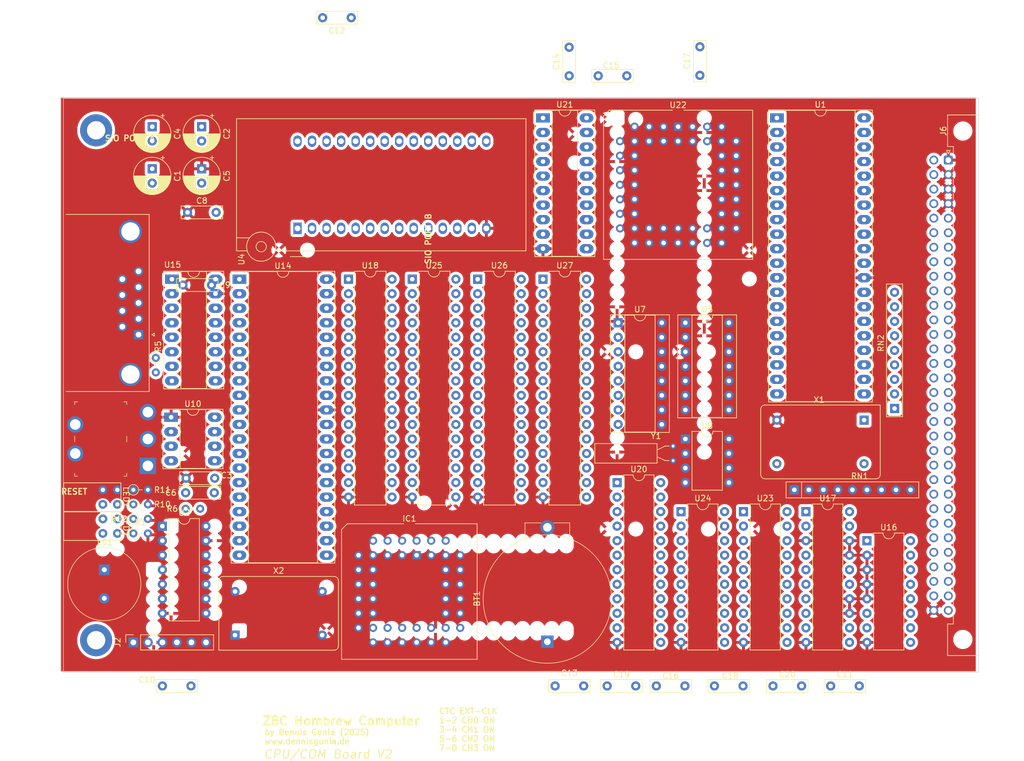
<source format=kicad_pcb>
(kicad_pcb (version 20240108) (generator "pcbnew") (generator_version "8.0")
  (layers (0 "F.Cu" signal) (31 "B.Cu" signal) (34 "B.Paste" user) (35 "F.Paste" user) (36 "B.SilkS" user "B.Silkscreen") (37 "F.SilkS" user "F.Silkscreen") (38 "B.Mask" user) (39 "F.Mask" user) (44 "Edge.Cuts" user))
  (net 0 "")
  (net 1 "+5V")
  (net 2 "/D4")
  (net 3 "/D5")
  (net 4 "/D6")
  (net 5 "/D7")
  (net 6 "GND")
  (net 7 "/CLK_CPU")
  (net 8 "/A0")
  (net 9 "/A1")
  (net 10 "/D0")
  (net 11 "/D1")
  (net 12 "/D2")
  (net 13 "/D3")
  (net 14 "/A14")
  (net 15 "/A12")
  (net 16 "/A7")
  (net 17 "/A6")
  (net 18 "/A5")
  (net 19 "/A4")
  (net 20 "/A3")
  (net 21 "/A2")
  (net 22 "/A10")
  (net 23 "/A11")
  (net 24 "/A9")
  (net 25 "/A8")
  (net 26 "/A13")
  (net 27 "Net-(U15-C1+)")
  (net 28 "Net-(U15-C1-)")
  (net 29 "Net-(U15-C2+)")
  (net 30 "Net-(U15-C2-)")
  (net 31 "Net-(U10-THR)")
  (net 32 "Net-(U15-VS+)")
  (net 33 "Net-(U15-VS-)")
  (net 34 "Net-(SW2-C)")
  (net 36 "Net-(J2-Pin_2)")
  (net 37 "Net-(J2-Pin_3)")
  (net 40 "/A15")
  (net 41 "Net-(U15-T1OUT)")
  (net 42 "Net-(U15-R1IN)")
  (net 43 "Net-(U15-R2IN)")
  (net 48 "Net-(U15-T2OUT)")
  (net 49 "/IEO2")
  (net 51 "/{slash}WR")
  (net 52 "/{slash}RESET")
  (net 53 "/{slash}INT")
  (net 54 "/{slash}NMI")
  (net 55 "/{slash}M1")
  (net 56 "/{slash}WAIT")
  (net 57 "/{slash}HALT")
  (net 58 "/{slash}RD")
  (net 59 "/{slash}BUSREQ")
  (net 60 "/{slash}MREQ")
  (net 61 "/{slash}BUSACK")
  (net 62 "/{slash}IOREQ")
  (net 63 "/IEO1")
  (net 64 "/MEMAQ")
  (net 67 "Net-(LED1-K-Pad1a)")
  (net 68 "Net-(LED1-K-Pad2a)")
  (net 69 "Net-(LED1-A-Pad2b)")
  (net 70 "Net-(LED2-K-Pad1a)")
  (net 71 "Net-(LED2-A-Pad1b)")
  (net 75 "/MA14")
  (net 76 "/MA12")
  (net 77 "/{slash}CS_ROM")
  (net 78 "/MA13")
  (net 79 "/{slash}WR_ROM")
  (net 80 "Net-(U10-Q)")
  (net 83 "/INT0")
  (net 84 "/INT1")
  (net 85 "/INT2")
  (net 86 "+12V")
  (net 87 "-12V")
  (net 88 "/INT3")
  (net 89 "/IEO0")
  (net 92 "/A20")
  (net 93 "/A21")
  (net 94 "/A22")
  (net 95 "/A23")
  (net 96 "/CLK_SIOA")
  (net 97 "/CLK_SIOB")
  (net 101 "Net-(IC1-CLK{slash}TRG0)")
  (net 104 "Net-(U14-RXDA)")
  (net 105 "Net-(U14-TXDA)")
  (net 106 "Net-(U14-~{DTRA})")
  (net 108 "Net-(U14-~{CTSA})")
  (net 118 "/MA16")
  (net 119 "/{slash}CS_RAM0")
  (net 120 "/MA15")
  (net 121 "/MA17")
  (net 122 "/MA18")
  (net 123 "/MA19")
  (net 124 "/~{ROM_OVL}")
  (net 125 "/~{ROM_FLSH}")
  (net 126 "/{slash}CS_RAM3")
  (net 127 "/{slash}CS_RAM2")
  (net 128 "/{slash}CS_RAM1")
  (net 129 "/~{CS_MMUSEL}")
  (net 131 "/MMUA0")
  (net 132 "/MMUA1")
  (net 133 "/MMUA2")
  (net 134 "/MMUA3")
  (net 135 "/MMUA4")
  (net 136 "/MMUA5")
  (net 137 "/MMUA6")
  (net 138 "/MMUA7")
  (net 139 "/BANK3")
  (net 140 "/BANK2")
  (net 141 "/BANK1")
  (net 142 "/BANK0")
  (net 150 "/~{CS_MMUCFG}")
  (net 151 "/~{CS_BSEL}")
  (net 152 "/~{CS_SIO}")
  (net 153 "/~{CS_CTC}")
  (net 154 "/{slash}INT_DEC")
  (net 155 "/INT_LE")
  (net 156 "/INT_OE")
  (net 158 "/INT4")
  (net 159 "Net-(U16-S2)")
  (net 160 "Net-(U16-S1)")
  (net 161 "Net-(U16-S0)")
  (net 177 "Net-(IC1-ZC{slash}TO2)")
  (net 178 "Net-(LS1-Pad2)")
  (net 179 "/SPEAKER_SIG")
  (net 180 "/LED_DBG")
  (net 181 "Net-(LED2-K-Pad2a)")
  (net 182 "/SCL")
  (net 183 "/SDA")
  (net 185 "/I2C_REG")
  (net 186 "/ETC_REG")
  (net 188 "/I2C_RD")
  (net 189 "Net-(U7-Q0)")
  (net 190 "Net-(U7-Q1)")
  (net 195 "/SPEAKER_ON")
  (net 196 "/CSQW")
  (net 197 "Net-(U8-X2)")
  (net 198 "Net-(U8-VBAT)")
  (net 199 "Net-(U8-X1)")
  (footprint "Capacitor_THT:C_Rect_L7.0mm_W2.0mm_P5.00mm" (layer "F.Cu") (at 60.88 142.24 180)
    (property "Reference" "C10")
    (property "Value" "100nF")
  )
  (footprint "Resistor_THT:R_Array_SIP9" (layer "F.Cu") (at 183.896 93.726 90)
    (property "Reference" "RN2")
    (property "Value" "10K")
  )
  (footprint "Package_DIP:DIP-8_W7.62mm" (layer "F.Cu") (at 147.32 99.06)
    (property "Reference" "U8")
    (property "Value" "DS1307+")
  )
  (footprint "Crystal:Crystal_AT310_D3.0mm_L10.0mm_Horizontal" (layer "F.Cu") (at 145.18 100.3 -90)
    (property "Reference" "Y1")
    (property "Value" "32.768 kHz")
  )
  (footprint "Capacitor_THT:CP_Radial_D6.3mm_P2.50mm" (layer "F.Cu") (at 54.102 51.816 -90)
    (property "Reference" "C1")
    (property "Value" "1uF")
  )
  (footprint "Package_DIP:DIP-16_W7.62mm_Socket" (layer "F.Cu") (at 135.57 78.735)
    (property "Reference" "U7")
    (property "Value" "74LS75")
  )
  (footprint "Capacitor_THT:CP_Radial_D6.3mm_P2.50mm" (layer "F.Cu") (at 54.102 44.45 -90)
    (property "Reference" "C4")
    (property "Value" "1uF")
  )
  (footprint "Package_DIP:DIP-20_W7.62mm_Socket_LongPads" (layer "F.Cu") (at 122.428 42.926)
    (property "Reference" "U21")
    (property "Value" "GAL16V8")
  )
  (footprint "Dennis:Z8C Card" (layer "F.Cu") (at 194.784 89.662)
    (property "Reference" "J6")
    (property "Value" "Conn_02x32_Row_Letter_First")
    (fp_line (start -156.21 -50.165) (end -156.21 50.165) (stroke (width 0.1)) (layer "Edge.Cuts"))
    (fp_line (start -156.21 50.165) (end 3.81 50.165) (stroke (width 0.1)) (layer "Edge.Cuts"))
    (fp_line (start 3.81 -50.165) (end -156.21 -50.165) (stroke (width 0.1)) (layer "Edge.Cuts"))
    (fp_line (start 3.81 50.165) (end 3.81 -50.165) (stroke (width 0.1)) (layer "Edge.Cuts"))
  )
  (footprint "Resistor_THT:R_Array_SIP9" (layer "F.Cu") (at 166.37 107.95)
    (property "Reference" "RN1")
    (property "Value" "4k7")
  )
  (footprint "Capacitor_THT:CP_Radial_D6.3mm_P2.50mm" (layer "F.Cu") (at 62.738 44.45 -90)
    (property "Reference" "C2")
    (property "Value" "1uF")
  )
  (footprint "Capacitor_THT:CP_Radial_D6.3mm_P2.50mm" (layer "F.Cu") (at 62.738 51.816 -90)
    (property "Reference" "C5")
    (property "Value" "1uF")
  )
  (footprint "Capacitor_THT:C_Rect_L7.0mm_W2.0mm_P5.00mm" (layer "F.Cu") (at 147.24 142.24 180)
    (property "Reference" "C16")
    (property "Value" "100nF")
  )
  (footprint "Package_DIP:DIP-32_W7.62mm" (layer "F.Cu") (at 122.428 71.12)
    (property "Reference" "U27")
    (property "Value" "UM621024")
  )
  (footprint "Connector_Dsub:DSUB-9_Female_Horizontal_P2.77x2.84mm_EdgePinOffset9.90mm_Housed_MountingHolesOffset11.32mm" (layer "F.Cu") (at 51.710331 80.815 -90)
    (property "Reference" "J4" (hide yes))
    (property "Value" "DB9_Female")
  )
  (footprint "Package_DIP:DIP-32_W7.62mm" (layer "F.Cu") (at 88.414 71.12)
    (property "Reference" "U18")
    (property "Value" "UM621024")
  )
  (footprint "Capacitor_THT:C_Rect_L7.0mm_W2.0mm_P5.00mm" (layer "F.Cu") (at 167.64 142.24 180)
    (property "Reference" "C20")
    (property "Value" "100nF")
  )
  (footprint "Package_DIP:DIP-24_W7.62mm" (layer "F.Cu") (at 135.382 106.68)
    (property "Reference" "U20")
    (property "Value" "~")
  )
  (footprint "Package_DIP:DIP-32_W7.62mm" (layer "F.Cu") (at 110.998 71.12)
    (property "Reference" "U26")
    (property "Value" "UM621024")
  )
  (footprint "Socket:DIP_Socket-28_W11.9_W12.7_W15.24_W17.78_W18.5_3M_228-1277-00-0602J" (layer "F.Cu") (at 79.502 62.23 90)
    (property "Reference" "U4")
    (property "Value" "28C256")
  )
  (footprint "Capacitor_THT:C_Rect_L7.0mm_W2.0mm_P5.00mm" (layer "F.Cu") (at 88.9 25.4 180)
    (property "Reference" "C12")
    (property "Value" "100nF")
  )
  (footprint "Resistor_THT:R_Axial_DIN0204_L3.6mm_D1.6mm_P2.54mm_Vertical" (layer "F.Cu") (at 50.8 107.95)
    (property "Reference" "R11")
    (property "Value" "R")
  )
  (footprint "Connector_PinSocket_2.54mm:PinSocket_1x06_P2.54mm_Vertical" (layer "F.Cu") (at 50.8 134.62 90)
    (property "Reference" "J2")
    (property "Value" "CON_FTDI")
  )
  (footprint "Capacitor_THT:C_Rect_L7.0mm_W2.0mm_P5.00mm" (layer "F.Cu") (at 65.024 105.918 180)
    (property "Reference" "C3")
    (property "Value" "200nF")
  )
  (footprint "digikey-footprints:Piezo_Transducer_THT_PS1240P02BT" (layer "F.Cu") (at 45.72 121.92)
    (property "Reference" "LS1")
    (property "Value" "Speaker")
  )
  (footprint "Capacitor_THT:C_Rect_L7.0mm_W2.0mm_P5.00mm" (layer "F.Cu") (at 149.86 35.48 90)
    (property "Reference" "C17")
    (property "Value" "100nF")
  )
  (footprint "w_conn_av:MENTOR A500 Dual 3mm" (layer "F.Cu") (at 46.736 109.219707 -90)
    (property "Reference" "LED1")
    (property "Value" "MENOTR_A500_Dual_3mm")
  )
  (footprint "Capacitor_THT:C_Rect_L7.0mm_W2.0mm_P5.00mm" (layer "F.Cu") (at 59.944 108.458)
    (property "Reference" "C6")
    (property "Value" "100nF")
  )
  (footprint "Capacitor_THT:C_Rect_L7.0mm_W2.0mm_P5.00mm" (layer "F.Cu") (at 157.4 142.24 180)
    (property "Reference" "C18")
    (property "Value" "100nF")
  )
  (footprint "Oscillator:Oscillator_DIP-14" (layer "F.Cu") (at 68.58 133.35)
    (property "Reference" "X2")
    (property "Value" "7.372800MHz")
  )
  (footprint "Package_DIP:DIP-16_W7.62mm_Socket_LongPads" (layer "F.Cu") (at 57.541 71.12)
    (property "Reference" "U15")
    (property "Value" "MAX232")
  )
  (footprint "Package_LCC:PLCC-44_THT-Socket" (layer "F.Cu") (at 100.33 119.38)
    (property "Reference" "IC1")
    (property "Value" "CTC-PLCC-44")
  )
  (footprint "Package_DIP:DIP-14_W7.62mm_Socket" (layer "F.Cu") (at 147.32 78.735)
    (property "Reference" "U5")
    (property "Value" "74LS125")
  )
  (footprint "Package_DIP:DIP-32_W7.62mm" (layer "F.Cu") (at 99.568 71.12)
    (property "Reference" "U25")
    (property "Value" "UM621024")
  )
  (footprint "Resistor_THT:R_Axial_DIN0204_L3.6mm_D1.6mm_P2.54mm_Vertical" (layer "F.Cu") (at 50.8 110.49)
    (property "Reference" "R10")
    (property "Value" "R")
  )
  (footprint "Package_DIP:DIP-20_W7.62mm" (layer "F.Cu") (at 146.558 111.76)
    (property "Reference" "U24")
    (property "Value" "74LS273")
  )
  (footprint "Package_DIP:DIP-40_W15.24mm_Socket_LongPads" (layer "F.Cu") (at 163.322 42.926)
    (property "Reference" "U1")
    (property "Value" "Z80CPU")
  )
  (footprint "Capacitor_THT:C_Rect_L7.0mm_W2.0mm_P5.00mm" (layer "F.Cu") (at 137.08 35.56 180)
    (property "Reference" "C15")
    (property "Value" "100nF")
  )
  (footprint "Oscillator:Oscillator_DIP-14" (layer "F.Cu") (at 178.562 95.758 180)
    (property "Reference" "X1")
    (property "Value" "10MHz")
  )
  (footprint "Resistor_THT:R_Axial_DIN0204_L3.6mm_D1.6mm_P2.54mm_Vertical" (layer "F.Cu") (at 50.8 113.03)
    (property "Reference" "R12")
    (property "Value" "R")
  )
  (footprint "Capacitor_THT:C_Rect_L7.0mm_W2.0mm_P5.00mm" (layer "F.Cu") (at 124.54 142.24)
    (property "Reference" "C13")
    (property "Value" "100nF")
  )
  (footprint "Resistor_THT:R_Axial_DIN0204_L3.6mm_D1.6mm_P2.54mm_Vertical" (layer "F.Cu") (at 50.8 115.57)
    (property "Reference" "R1")
    (property "Value" "R")
  )
  (footprint "digikey-footprints:Toggle_Switch_100SP1T2B4M6QE" (layer "F.Cu") (at 53.34 103.76 90)
    (property "Reference" "SW2" (hide yes))
    (property "Value" "SW_SPDT" (hide yes))
  )
  (footprint "digikey-footprints:Battery_Holder_Coin_2032_BS-7" (layer "F.Cu") (at 123.19 134.5057 90)
    (property "Reference" "BT1")
    (property "Value" "3V")
  )
  (footprint "Resistor_THT:R_Axial_DIN0204_L3.6mm_D1.6mm_P2.54mm_Vertical" (layer "F.Cu") (at 59.944 111.252)
    (property "Reference" "R6")
    (property "Value" "4.7k")
  )
  (footprint "Capacitor_THT:C_Rect_L7.0mm_W2.0mm_P5.00mm" (layer "F.Cu") (at 64.476 72.136 180)
    (property "Reference" "C9")
    (property "Value" "100nF")
  )
  (footprint "Package_DIP:DIP-40_W15.24mm_Socket_LongPads" (layer "F.Cu") (at 69.342 71.12)
    (property "Reference" "U14")
    (property "Value" "SIO0-DIP-40")
  )
  (footprint "Package_LCC:PLCC-52_THT-Socket" (layer "F.Cu") (at 146.05 44.45)
    (property "Reference" "U22")
    (property "Value" "IDT7132")
  )
  (footprint "Capacitor_THT:C_Rect_L7.0mm_W2.0mm_P5.00mm" (layer "F.Cu") (at 127 35.56 90)
    (property "Reference" "C14")
    (property "Value" "100nF")
  )
  (footprint "Resistor_THT:R_Axial_DIN0204_L3.6mm_D1.6mm_P2.54mm_Vertical" (layer "F.Cu") (at 54.727 84.876 -90)
    (property "Reference" "R5")
    (property "Value" "1M")
  )
  (footprint "Package_DIP:DIP-8_W7.62mm_Socket_LongPads" (layer "F.Cu") (at 57.404 95.25)
    (property "Reference" "U10")
    (property "Value" "NE555P")
  )
  (footprint "Package_DIP:DIP-20_W7.62mm" (layer "F.Cu") (at 168.402 111.76)
    (property "Reference" "U17")
    (property "Value" "74HCT373")
  )
  (footprint "Capacitor_THT:C_Rect_L7.0mm_W2.0mm_P5.00mm" (layer "F.Cu") (at 65.278 59.436 180)
    (property "Reference" "C8")
    (property "Value" "100nF")
  )
  (footprint "Package_DIP:DIP-20_W7.62mm" (layer "F.Cu") (at 157.48 111.76)
    (property "Reference" "U23")
    (property "Value" "74LS273")
  )
  (footprint "Capacitor_THT:C_Rect_L7.0mm_W2.0mm_P5.00mm" (layer "F.Cu") (at 177.72 142.24 180)
    (property "Reference" "C11")
    (property "Value" "100nF")
  )
  (footprint "Capacitor_THT:C_Rect_L7.0mm_W2.0mm_P5.00mm" (layer "F.Cu") (at 138.644 142.24 180)
    (property "Reference" "C19")
    (property "Value" "100nF")
  )
  (footprint "Package_DIP:DIP-16_W7.62mm" (layer "F.Cu") (at 179.07 116.84)
    (property "Reference" "U16")
    (property "Value" "74LS148")
  )
  (footprint "w_conn_av:MENTOR A500 Dual 3mm" (layer "F.Cu") (at 46.736 114.299707 -90)
    (property "Reference" "LED2")
    (property "Value" "MENOTR_A500_Dual_3mm")
  )
  (footprint "Package_DIP:DIP-14_W7.62mm" (layer "F.Cu") (at 55.88 114.3)
    (property "Reference" "U2")
    (property "Value" "74LS06")
  )
  (gr_line (start 198.12 139.7) (end 198.12 39.37) (stroke (width 0.1)) (layer "Edge.Cuts"))
  (gr_line (start 38.1 139.7) (end 198.12 139.7) (stroke (width 0.1)) (layer "Edge.Cuts"))
  (gr_line (start 38.1 39.37) (end 38.1 139.7) (stroke (width 0.1)) (layer "Edge.Cuts"))
  (gr_line (start 198.12 39.37) (end 38.1 39.37) (stroke (width 0.1)) (layer "Edge.Cuts"))
  (gr_text "CTC EXT-CLK\n1-2 CH0 ON\n3-4 CH1 ON\n5-6 CH2 ON\n7-8 CH3 ON" (at 104.14 149.86 0) (layer "F.SilkS") (effects (font (size 1 1) (thickness 0.2)) (justify left)))
  (gr_text "RESET" (at 38.0746 108.2548 0) (layer "F.SilkS") (effects (font (size 1 1) (thickness 0.2)) (justify left)))
  (gr_text "CPU/COM Board V2" (at 84.836 154.178 0) (layer "F.SilkS") (effects (font (size 1.5 1.5) (thickness 0.2) (italic yes))))
  (gr_text "by Dennis Gunia (2025)\nwww.dennisgunia.de" (at 73.66 151.13 0) (layer "F.SilkS") (effects (font (size 1 1) (thickness 0.2)) (justify left)))
  (gr_text "SIO PORT A" (at 45.72 46.482 0) (layer "F.SilkS") (effects (font (size 1 1) (thickness 0.2)) (justify left)))
  (gr_text "Z8C Hombrew Computer" (at 87.122 148.336 0) (layer "F.SilkS") (effects (font (size 1.5 1.5) (thickness 0.3))))
  (gr_text "SIO PORT B" (at 102.362 68.58 90) (layer "F.SilkS") (effects (font (size 1 1) (thickness 0.2)) (justify left)))
  (zone (net 6) (net_name "GND") (layer "F.Cu") (connect_pads (clearance 0.508)) (min_thickness 0.254) (fill yes (thermal_gap 0.508) (thermal_bridge_width 0.508))
    (polygon (pts (xy 198.12 139.7) (xy 38.1 139.7) (xy 38.1 39.37) (xy 198.12 39.37)))
  )
)
</source>
